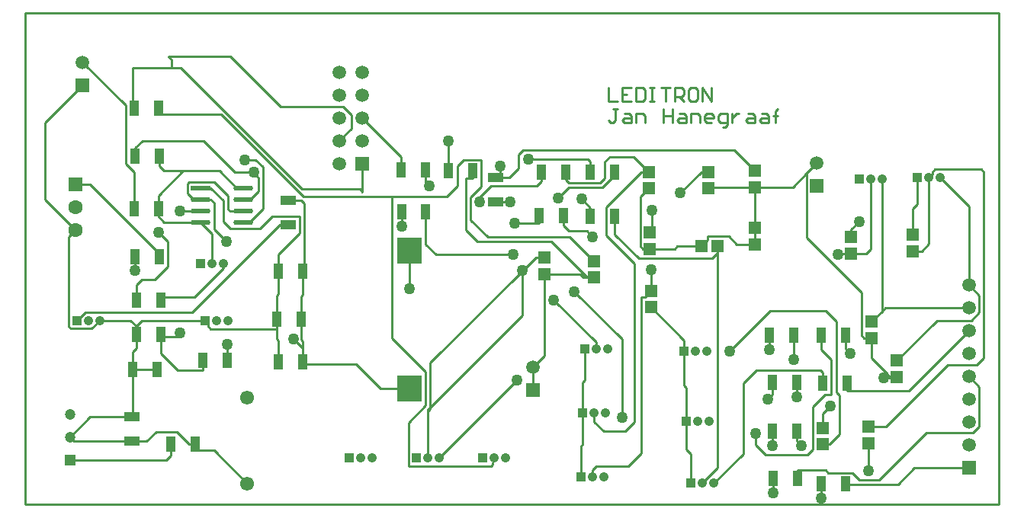
<source format=gtl>
G04*
G04 #@! TF.GenerationSoftware,Altium Limited,Altium Designer,21.1.1 (26)*
G04*
G04 Layer_Physical_Order=1*
G04 Layer_Color=255*
%FSLAX25Y25*%
%MOIN*%
G70*
G04*
G04 #@! TF.SameCoordinates,2DE5D3DD-DF8D-4FE0-8CA2-669AB9487E41*
G04*
G04*
G04 #@! TF.FilePolarity,Positive*
G04*
G01*
G75*
%ADD10R,0.05512X0.05512*%
%ADD11R,0.04331X0.06693*%
%ADD12R,0.05512X0.05512*%
%ADD13R,0.06693X0.04331*%
%ADD14R,0.10984X0.11496*%
G04:AMPARAMS|DCode=15|XSize=85.59mil|YSize=22.97mil|CornerRadius=11.48mil|HoleSize=0mil|Usage=FLASHONLY|Rotation=0.000|XOffset=0mil|YOffset=0mil|HoleType=Round|Shape=RoundedRectangle|*
%AMROUNDEDRECTD15*
21,1,0.08559,0.00000,0,0,0.0*
21,1,0.06263,0.02297,0,0,0.0*
1,1,0.02297,0.03131,0.00000*
1,1,0.02297,-0.03131,0.00000*
1,1,0.02297,-0.03131,0.00000*
1,1,0.02297,0.03131,0.00000*
%
%ADD15ROUNDEDRECTD15*%
%ADD16R,0.08559X0.02297*%
%ADD17C,0.01000*%
%ADD18C,0.04134*%
%ADD19R,0.04134X0.04134*%
%ADD20R,0.05906X0.05906*%
%ADD21C,0.05906*%
%ADD22C,0.06102*%
%ADD23C,0.06299*%
%ADD24R,0.06299X0.06299*%
%ADD25R,0.04724X0.04724*%
%ADD26C,0.04724*%
%ADD27C,0.05000*%
D10*
X488500Y214913D02*
D03*
Y222000D02*
D03*
X461500Y213913D02*
D03*
Y221000D02*
D03*
X481500Y159913D02*
D03*
Y167000D02*
D03*
X470500Y176913D02*
D03*
Y184000D02*
D03*
X469000Y130913D02*
D03*
Y138000D02*
D03*
X449000Y130457D02*
D03*
Y137543D02*
D03*
X419500Y217913D02*
D03*
Y225000D02*
D03*
Y242913D02*
D03*
Y250000D02*
D03*
X399000Y242413D02*
D03*
Y249500D02*
D03*
X374000Y190413D02*
D03*
Y197500D02*
D03*
X349000Y203413D02*
D03*
Y210500D02*
D03*
X327500Y204913D02*
D03*
Y212000D02*
D03*
X373500Y215913D02*
D03*
Y223000D02*
D03*
X373000Y242413D02*
D03*
Y249500D02*
D03*
D11*
X459130Y113000D02*
D03*
X448500D02*
D03*
X459630Y157000D02*
D03*
X449000D02*
D03*
X459130Y178000D02*
D03*
X448500D02*
D03*
X438130Y115500D02*
D03*
X427500D02*
D03*
X437630Y136000D02*
D03*
X427000D02*
D03*
X437630Y157500D02*
D03*
X427000D02*
D03*
X436315Y178000D02*
D03*
X425685D02*
D03*
X358130Y230000D02*
D03*
X347500D02*
D03*
X358130Y249500D02*
D03*
X347500D02*
D03*
X335630Y230500D02*
D03*
X325000D02*
D03*
X336630Y249500D02*
D03*
X326000D02*
D03*
X296130Y250000D02*
D03*
X285500D02*
D03*
X275500Y232000D02*
D03*
X264870D02*
D03*
X275315Y250469D02*
D03*
X264685D02*
D03*
X158630Y277500D02*
D03*
X148000D02*
D03*
X221630Y206000D02*
D03*
X211000D02*
D03*
X221130Y185000D02*
D03*
X210500D02*
D03*
X221630Y166500D02*
D03*
X211000D02*
D03*
X159130Y256500D02*
D03*
X148500D02*
D03*
X158630Y233500D02*
D03*
X148000D02*
D03*
X159130Y212500D02*
D03*
X148500D02*
D03*
X159630Y193500D02*
D03*
X149000D02*
D03*
X188630Y167000D02*
D03*
X178000D02*
D03*
X174630Y130500D02*
D03*
X164000D02*
D03*
X158130Y163000D02*
D03*
X147500D02*
D03*
X159630Y178500D02*
D03*
X149000D02*
D03*
D12*
X396000Y217000D02*
D03*
X403087D02*
D03*
D13*
X306000Y247000D02*
D03*
Y236370D02*
D03*
X215500Y237000D02*
D03*
Y226370D02*
D03*
X147000Y142315D02*
D03*
Y131685D02*
D03*
D14*
X268500Y154744D02*
D03*
Y215256D02*
D03*
D15*
X195630Y242500D02*
D03*
Y237500D02*
D03*
Y232500D02*
D03*
Y227500D02*
D03*
X177000D02*
D03*
Y232500D02*
D03*
Y237500D02*
D03*
D16*
Y242500D02*
D03*
D17*
X100500Y104000D02*
X526000D01*
X100500Y319000D02*
X526000D01*
Y104000D02*
Y319000D01*
X100500Y104000D02*
Y319000D01*
X164500Y295500D02*
Y298500D01*
X163000Y300000D02*
X164500Y298500D01*
X163000Y300000D02*
X190000D01*
X212000Y278000D01*
X239500D01*
X243000Y274500D01*
Y268500D02*
Y274500D01*
X237815Y263315D02*
X243000Y268500D01*
X237815Y263000D02*
Y263315D01*
X435913Y242913D02*
X442000Y249000D01*
X344500Y203413D02*
X346000D01*
X470500Y168000D02*
X477500Y161000D01*
X477778Y160564D01*
X478587Y159300D01*
X293200Y246800D02*
X296130D01*
X180400Y182000D02*
Y184500D01*
X210500Y176300D02*
Y180900D01*
X147500Y142315D02*
Y163000D01*
X159630Y177300D02*
X166200D01*
X314400Y227000D02*
X325000D01*
X459130Y112800D02*
X481900D01*
X438130Y119000D02*
X450200D01*
X459630Y153600D02*
X486600D01*
X475000Y188500D02*
X476500Y190000D01*
X159630Y194700D02*
X174400D01*
X199772Y249400D02*
X202212Y246959D01*
X199772Y249400D02*
X200300D01*
X192100D02*
X199772D01*
X374400Y223000D02*
Y232800D01*
X317700Y206177D02*
X323523Y212000D01*
X277492Y165969D02*
X317700Y206177D01*
Y206500D01*
Y186800D02*
Y206177D01*
X277492Y146592D02*
X317700Y186800D01*
X276500Y145600D02*
X277492Y146592D01*
Y165969D01*
Y145600D02*
Y146592D01*
X276500Y144608D02*
Y145600D01*
X260800Y238815D02*
X284715D01*
X221856D02*
X260800D01*
X403087Y213987D02*
Y217000D01*
Y120131D02*
Y213987D01*
X308100Y247000D02*
X312000D01*
X308100D02*
Y252000D01*
X221630Y165300D02*
X245100D01*
X221630Y172340D02*
Y175500D01*
Y166500D02*
Y172340D01*
X161130Y250000D02*
X169500D01*
X466973Y176913D02*
X470500D01*
X465887Y178000D02*
X466973Y176913D01*
X465887Y178000D02*
Y196913D01*
X442000Y220800D02*
X465887Y196913D01*
X442000Y220800D02*
Y249000D01*
X446500Y253500D01*
X478587Y159300D02*
X481500Y159913D01*
X475800Y159300D02*
X478587D01*
X470500Y168000D02*
Y176913D01*
X296130Y246800D02*
Y250000D01*
X293100Y246700D02*
X293200Y246800D01*
X293100Y224000D02*
Y246700D01*
Y224000D02*
X298100Y219000D01*
X330413D01*
X346000Y203413D01*
X349000D01*
X370287Y215913D02*
X373500D01*
X369200Y217000D02*
X370287Y215913D01*
X369200Y217000D02*
Y238613D01*
X373000Y242413D01*
X159630Y177300D02*
Y178500D01*
Y170230D02*
Y177300D01*
Y170230D02*
X167160Y162700D01*
X178000D01*
Y167000D01*
X177000Y237500D02*
X181486D01*
X182986Y236000D01*
Y224514D02*
Y236000D01*
Y224514D02*
X188500Y219000D01*
X166200Y177300D02*
X167900Y179000D01*
X436315Y167500D02*
Y178000D01*
X437630Y131670D02*
Y136000D01*
Y131670D02*
X439600Y129700D01*
X427000Y152100D02*
Y157500D01*
X425000Y150100D02*
X427000Y152100D01*
X281500Y124500D02*
X315500Y158500D01*
X168000Y232500D02*
X177000D01*
X158650Y223150D02*
X162800Y219000D01*
Y208000D02*
Y219000D01*
X157100Y202300D02*
X162800Y208000D01*
X151300Y202300D02*
X157100D01*
X149000Y200000D02*
X151300Y202300D01*
X149000Y193500D02*
Y200000D01*
X148500Y256500D02*
Y260000D01*
X151600Y263100D01*
X178400D01*
X192100Y249400D01*
X202212Y240951D02*
Y246959D01*
X198762Y237500D02*
X202212Y240951D01*
X195630Y237500D02*
X198762D01*
X188630Y167000D02*
Y174070D01*
X349000Y140200D02*
Y144000D01*
Y140200D02*
X353200Y136000D01*
X362800D01*
X366800Y140000D01*
Y209273D01*
X354464Y221608D02*
X366800Y209273D01*
X354464Y221608D02*
Y234264D01*
X369700Y249500D01*
X373000D01*
X373500Y223000D02*
X374400D01*
X338500Y221000D02*
X349000Y210500D01*
X289200Y252100D02*
X292000Y254900D01*
X289200Y243300D02*
Y252100D01*
X260800Y176692D02*
Y238815D01*
Y176692D02*
X275492Y162000D01*
Y147500D02*
Y162000D01*
X267900Y139908D02*
X275492Y147500D01*
X267900Y120900D02*
Y139908D01*
Y120900D02*
X304400D01*
X305500Y124500D01*
X158630Y276319D02*
Y277500D01*
Y276319D02*
X160296Y274654D01*
X186018D01*
X221856Y238815D01*
X284715D02*
X289200Y243300D01*
X292000Y254900D02*
X299800D01*
Y243047D02*
Y254900D01*
X295100Y238347D02*
X299800Y243047D01*
X295100Y228500D02*
Y238347D01*
Y228500D02*
X302600Y221000D01*
X338500D01*
X374000Y197500D02*
Y206900D01*
X275315Y245270D02*
X277100Y243485D01*
X275315Y245270D02*
Y250469D01*
X361400Y142200D02*
Y176300D01*
X340500Y197200D02*
X361400Y176300D01*
X386700Y240300D02*
X395900Y249500D01*
X196300Y254900D02*
X201000D01*
X204300Y251600D01*
Y233500D02*
Y251600D01*
X198300Y227500D02*
X204300Y233500D01*
X195630Y227500D02*
X198300D01*
X469000Y118800D02*
Y130913D01*
Y138000D02*
X476700D01*
X503700Y165000D01*
X516500D01*
X519500Y168000D01*
Y249500D01*
X518400Y250600D02*
X519500Y249500D01*
X498000Y250600D02*
X518400D01*
X496900Y249500D02*
X498000Y250600D01*
X496900Y248400D02*
Y249500D01*
X495500Y247000D02*
X496900Y248400D01*
X461500Y213913D02*
X468000D01*
X470000Y215913D01*
Y246500D01*
X513000Y200000D02*
X517500Y195500D01*
Y188000D02*
Y195500D01*
X514000Y184500D02*
X517500Y188000D01*
X499000Y184500D02*
X514000D01*
X481500Y167000D02*
X499000Y184500D01*
X476500Y190000D02*
X513000D01*
X475000Y188500D02*
Y246500D01*
X470500Y184000D02*
X475000Y188500D01*
X437600Y151200D02*
X437630Y151230D01*
Y157500D01*
X327500Y169000D02*
Y204913D01*
X322500Y164000D02*
X327500Y169000D01*
X149000Y172300D02*
Y178500D01*
X147500Y170800D02*
X149000Y172300D01*
X147500Y163000D02*
Y170800D01*
X147000Y142315D02*
X147500D01*
X210500Y176300D02*
X211000Y175800D01*
Y166500D02*
Y175800D01*
Y196000D02*
Y206000D01*
X210500Y195500D02*
X211000Y196000D01*
X210500Y185000D02*
Y195500D01*
X179000Y184500D02*
X180400D01*
Y182000D02*
X181500Y180900D01*
X210500D01*
Y185000D01*
X312000Y247000D02*
X316000Y251000D01*
Y257166D01*
X318000Y259166D01*
X410334D01*
X419500Y250000D01*
X347500Y249500D02*
Y254000D01*
X346400Y255100D02*
X347500Y254000D01*
X320400Y255100D02*
X346400D01*
X306030Y236400D02*
X312300D01*
X306000Y236370D02*
X306030Y236400D01*
X347500Y230000D02*
Y233800D01*
X343600Y237700D02*
X347500Y233800D01*
X343000Y204913D02*
X344500Y203413D01*
X327500Y204913D02*
X343000D01*
X495500Y218000D02*
Y247000D01*
X492413Y214913D02*
X495500Y218000D01*
X488500Y214913D02*
X492413D01*
X459630Y153600D02*
Y157000D01*
X486600Y153600D02*
X513000Y180000D01*
X449000Y137543D02*
Y143800D01*
X452400Y147200D01*
X455600Y213300D02*
X456213Y213913D01*
X461500D01*
X459130Y172000D02*
Y178000D01*
Y172000D02*
X461130Y170000D01*
X408400Y171000D02*
X426000Y188600D01*
X450500D01*
X455100Y184000D01*
Y153000D02*
Y184000D01*
Y153000D02*
X456400Y151700D01*
Y134857D02*
Y151700D01*
X452000Y130457D02*
X456400Y134857D01*
X449000Y130457D02*
X452000D01*
X371200Y194700D02*
X374000Y197500D01*
X369700Y194700D02*
X371200D01*
X369700Y126300D02*
Y194700D01*
X364000Y120600D02*
X369700Y126300D01*
X350000Y120600D02*
X364000D01*
X348500Y119100D02*
X350000Y120600D01*
X348500Y116000D02*
Y119100D01*
X346000Y223600D02*
X348500Y221100D01*
X338000Y223600D02*
X346000D01*
X335630Y225970D02*
X338000Y223600D01*
X335630Y225970D02*
Y230500D01*
X395900Y249500D02*
X399000D01*
X280000Y213300D02*
X313700D01*
X275500Y217800D02*
X280000Y213300D01*
X275500Y217800D02*
Y232000D01*
X350000Y172000D02*
Y175000D01*
X331500Y193500D02*
X350000Y175000D01*
X306000Y247000D02*
X308100D01*
X358130Y248230D02*
Y249500D01*
X352553Y242653D02*
X358130Y248230D01*
X338053Y242653D02*
X352553D01*
X333400Y238000D02*
X338053Y242653D01*
X366400Y256100D02*
X373000Y249500D01*
X355900Y256100D02*
X366400D01*
X353800Y254000D02*
X355900Y256100D01*
X353800Y246853D02*
Y254000D01*
X351600Y244653D02*
X353800Y246853D01*
X337977Y244653D02*
X351600D01*
X336630Y246000D02*
X337977Y244653D01*
X336630Y246000D02*
Y249500D01*
X448500Y106700D02*
Y113000D01*
Y171700D02*
Y178000D01*
Y171700D02*
X452700Y167500D01*
Y152100D02*
Y167500D01*
X450100Y152100D02*
X452700D01*
X444700Y146700D02*
X450100Y152100D01*
X444700Y128000D02*
Y146700D01*
X442400Y125700D02*
X444700Y128000D01*
X424000Y125700D02*
X442400D01*
X419700Y130000D02*
X424000Y125700D01*
X419700Y130000D02*
Y135100D01*
X489100Y120000D02*
X513000D01*
X481900Y112800D02*
X489100Y120000D01*
X459130Y112800D02*
Y113000D01*
X513000Y160000D02*
X517500Y155500D01*
Y138000D02*
Y155500D01*
X514800Y135300D02*
X517500Y138000D01*
X494300Y135300D02*
X514800D01*
X473800Y114800D02*
X494300Y135300D01*
X465000Y114800D02*
X473800D01*
X461900Y117900D02*
X465000Y114800D01*
X451300Y117900D02*
X461900D01*
X450200Y119000D02*
X451300Y117900D01*
X438130Y115500D02*
Y119000D01*
X325000Y227000D02*
Y230500D01*
X264870Y225730D02*
X264900Y225700D01*
X264870Y225730D02*
Y232000D01*
X285500Y250000D02*
Y263100D01*
X268500Y198300D02*
Y215256D01*
X388500Y171000D02*
Y175913D01*
X374000Y190413D02*
X388500Y175913D01*
X326000Y245300D02*
Y249500D01*
X324000Y243300D02*
X326000Y245300D01*
X303900Y243300D02*
X324000D01*
X299100Y238500D02*
X303900Y243300D01*
X299100Y236500D02*
Y238500D01*
X276500Y124500D02*
Y144608D01*
X277492Y145600D01*
X323523Y212000D02*
X327500D01*
X221630Y206000D02*
Y208530D01*
X222400Y209300D01*
Y235600D01*
X221000Y237000D02*
X222400Y235600D01*
X215500Y237000D02*
X221000D01*
X123000Y184500D02*
X124567Y186067D01*
Y186111D01*
X126523Y188067D01*
X173440D01*
X211743Y226370D01*
X215500D01*
X211000Y206000D02*
Y213300D01*
X220400Y222700D01*
Y230100D01*
X208200D02*
X220400D01*
X202900Y224800D02*
X208200Y230100D01*
X190000Y224800D02*
X202900D01*
X186900Y227900D02*
X190000Y224800D01*
X186900Y227900D02*
Y237000D01*
X181400Y242500D02*
X186900Y237000D01*
X177000Y242500D02*
X181400D01*
X400700Y211600D02*
X403087Y213987D01*
X368573Y211600D02*
X400700D01*
X358130Y222043D02*
X368573Y211600D01*
X358130Y222043D02*
Y230000D01*
X159630Y193500D02*
Y194700D01*
X174400D02*
X187000Y207300D01*
Y209500D01*
X148500Y206300D02*
Y212500D01*
X161130Y227500D02*
X177000D01*
X158630Y230000D02*
X161130Y227500D01*
X158630Y230000D02*
Y233500D01*
X182000Y209500D02*
Y222500D01*
X177000Y227500D02*
X182000Y222500D01*
X217570Y176400D02*
X221630Y172340D01*
X461500Y221000D02*
Y224400D01*
X465000Y227900D01*
X449000Y157000D02*
Y161900D01*
X448000Y162900D02*
X449000Y161900D01*
X420000Y162900D02*
X448000D01*
X414200Y157100D02*
X420000Y162900D01*
X414200Y126200D02*
Y157100D01*
X401500Y113500D02*
X414200Y126200D01*
X264685Y250469D02*
Y256130D01*
X247815Y273000D02*
X264685Y256130D01*
X419500Y242913D02*
X435913D01*
X133000Y184500D02*
X146500D01*
X149000Y182000D01*
X425685Y171715D02*
X425700Y171700D01*
X425685Y171715D02*
Y178000D01*
X385287Y217000D02*
X396000D01*
X384200Y215913D02*
X385287Y217000D01*
X373500Y215913D02*
X384200D01*
X513000Y200000D02*
Y234500D01*
X500500Y247000D02*
X513000Y234500D01*
X221630Y165300D02*
Y166500D01*
X245100Y165300D02*
X255656Y154744D01*
X268500D01*
X151500Y184500D02*
X179000D01*
X149000Y182000D02*
X151500Y184500D01*
X149000Y178500D02*
Y182000D01*
X427000Y129700D02*
Y136000D01*
X411300Y217913D02*
X419500D01*
X407913Y221300D02*
X411300Y217913D01*
X398800Y221300D02*
X407913D01*
X398800Y219800D02*
Y221300D01*
X396000Y217000D02*
X398800Y219800D01*
X427500Y109200D02*
Y115500D01*
X490500Y235500D02*
Y247000D01*
X488500Y233500D02*
X490500Y235500D01*
X488500Y222000D02*
Y233500D01*
X171900Y130500D02*
X174630D01*
X166600Y135800D02*
X171900Y130500D01*
X157515Y135800D02*
X166600D01*
X153400Y131685D02*
X157515Y135800D01*
X147000Y131685D02*
X153400D01*
X147500Y163000D02*
X158130D01*
X345000Y158500D02*
Y172000D01*
X344000Y157500D02*
X345000Y158500D01*
X344000Y144000D02*
Y157500D01*
Y130200D02*
Y144000D01*
X343500Y129700D02*
X344000Y130200D01*
X343500Y116000D02*
Y129700D01*
X322500Y154000D02*
Y164000D01*
X388500Y156200D02*
Y171000D01*
Y156200D02*
X389500Y155200D01*
Y140500D02*
Y155200D01*
Y128000D02*
Y140500D01*
Y128000D02*
X391500Y126000D01*
Y113500D02*
Y126000D01*
X419500Y225000D02*
Y242913D01*
Y217913D02*
Y225000D01*
X221630Y195700D02*
Y206000D01*
X221130Y195200D02*
X221630Y195700D01*
X221130Y185000D02*
Y195200D01*
Y176000D02*
Y185000D01*
Y176000D02*
X221630Y175500D01*
X129433Y180933D02*
X133000Y184500D01*
X120312Y180933D02*
X129433D01*
X119433Y181812D02*
X120312Y180933D01*
X119433Y181812D02*
Y220933D01*
X122500Y224000D01*
X109000Y237500D02*
X122500Y224000D01*
X109000Y237500D02*
Y271000D01*
X125500Y287500D01*
X183067Y127654D02*
X197500Y113220D01*
X176295Y127654D02*
X183067D01*
X174630Y129319D02*
X176295Y127654D01*
X174630Y129319D02*
Y130500D01*
X120000Y133500D02*
X121815Y131685D01*
X147000D01*
X120000Y133500D02*
X128815Y142315D01*
X147000D01*
X399500Y242913D02*
X419500D01*
X399000Y242413D02*
X399500Y242913D01*
X173869Y237500D02*
X177000D01*
X171220Y240148D02*
X173869Y237500D01*
X171220Y240148D02*
Y244270D01*
X172099Y245148D01*
X182960D01*
X189091Y239017D01*
Y233260D02*
Y239017D01*
Y233260D02*
X189851Y232500D01*
X195630D01*
X148000Y233500D02*
Y249367D01*
X144335Y253032D02*
X148000Y249367D01*
X144335Y253032D02*
Y278665D01*
X125500Y297500D02*
X144335Y278665D01*
X120000Y123500D02*
X162000D01*
X164000Y125500D01*
Y130500D01*
X122500Y244000D02*
X128811D01*
X159130Y213681D01*
Y212500D02*
Y213681D01*
X396500Y113500D02*
Y113544D01*
X403087Y120131D01*
X159130Y252000D02*
Y256500D01*
Y252000D02*
X161130Y250000D01*
X185179D02*
X192679Y242500D01*
X195630D01*
X158630Y233500D02*
Y239130D01*
X169500Y250000D01*
X185179D01*
X147500Y278000D02*
Y295000D01*
X168500D01*
X221500Y242000D01*
X246630D01*
X247815Y240815D01*
Y253000D01*
X355500Y286595D02*
Y280597D01*
X359499D01*
X365497Y286595D02*
X361498D01*
Y280597D01*
X365497D01*
X361498Y283596D02*
X363497D01*
X367496Y286595D02*
Y280597D01*
X370495D01*
X371495Y281597D01*
Y285595D01*
X370495Y286595D01*
X367496D01*
X373494D02*
X375494D01*
X374494D01*
Y280597D01*
X373494D01*
X375494D01*
X378493Y286595D02*
X382491D01*
X380492D01*
Y280597D01*
X384491D02*
Y286595D01*
X387490D01*
X388489Y285595D01*
Y283596D01*
X387490Y282596D01*
X384491D01*
X386490D02*
X388489Y280597D01*
X393488Y286595D02*
X391488D01*
X390489Y285595D01*
Y281597D01*
X391488Y280597D01*
X393488D01*
X394487Y281597D01*
Y285595D01*
X393488Y286595D01*
X396487Y280597D02*
Y286595D01*
X400485Y280597D01*
Y286595D01*
X359499Y276997D02*
X357499D01*
X358499D01*
Y271999D01*
X357499Y270999D01*
X356500D01*
X355500Y271999D01*
X362498Y274998D02*
X364497D01*
X365497Y273998D01*
Y270999D01*
X362498D01*
X361498Y271999D01*
X362498Y272999D01*
X365497D01*
X367496Y270999D02*
Y274998D01*
X370495D01*
X371495Y273998D01*
Y270999D01*
X379492Y276997D02*
Y270999D01*
Y273998D01*
X383491D01*
Y276997D01*
Y270999D01*
X386490Y274998D02*
X388489D01*
X389489Y273998D01*
Y270999D01*
X386490D01*
X385490Y271999D01*
X386490Y272999D01*
X389489D01*
X391488Y270999D02*
Y274998D01*
X394487D01*
X395487Y273998D01*
Y270999D01*
X400485D02*
X398486D01*
X397486Y271999D01*
Y273998D01*
X398486Y274998D01*
X400485D01*
X401485Y273998D01*
Y272999D01*
X397486D01*
X405484Y269000D02*
X406484D01*
X407483Y270000D01*
Y274998D01*
X404484D01*
X403484Y273998D01*
Y271999D01*
X404484Y270999D01*
X407483D01*
X409482Y274998D02*
Y270999D01*
Y272999D01*
X410482Y273998D01*
X411482Y274998D01*
X412482D01*
X416480D02*
X418480D01*
X419479Y273998D01*
Y270999D01*
X416480D01*
X415481Y271999D01*
X416480Y272999D01*
X419479D01*
X422478Y274998D02*
X424478D01*
X425477Y273998D01*
Y270999D01*
X422478D01*
X421479Y271999D01*
X422478Y272999D01*
X425477D01*
X428476Y270999D02*
Y275998D01*
Y273998D01*
X427477D01*
X429476D01*
X428476D01*
Y275998D01*
X429476Y276997D01*
D18*
X399500Y140500D02*
D03*
X394500D02*
D03*
X348500Y116000D02*
D03*
X353500D02*
D03*
X495500Y247000D02*
D03*
X500500D02*
D03*
X470000Y246500D02*
D03*
X475000D02*
D03*
X350000Y172000D02*
D03*
X355000D02*
D03*
X393500Y171000D02*
D03*
X398500D02*
D03*
X396500Y113500D02*
D03*
X401500D02*
D03*
X305500Y124500D02*
D03*
X310500D02*
D03*
X276500D02*
D03*
X281500D02*
D03*
X247000D02*
D03*
X252000D02*
D03*
X349000Y144000D02*
D03*
X354000D02*
D03*
X182000Y209500D02*
D03*
X187000D02*
D03*
X184000Y184500D02*
D03*
X189000D02*
D03*
X128000D02*
D03*
X133000D02*
D03*
D19*
X389500Y140500D02*
D03*
X343500Y116000D02*
D03*
X490500Y247000D02*
D03*
X465000Y246500D02*
D03*
X345000Y172000D02*
D03*
X388500Y171000D02*
D03*
X391500Y113500D02*
D03*
X300500Y124500D02*
D03*
X271500D02*
D03*
X242000D02*
D03*
X344000Y144000D02*
D03*
X177000Y209500D02*
D03*
X179000Y184500D02*
D03*
X123000D02*
D03*
D20*
X446500Y243500D02*
D03*
X513000Y120000D02*
D03*
X247815Y253000D02*
D03*
X322500Y154000D02*
D03*
X125500Y287500D02*
D03*
D21*
X446500Y253500D02*
D03*
X513000Y140000D02*
D03*
Y150000D02*
D03*
Y160000D02*
D03*
Y170000D02*
D03*
Y180000D02*
D03*
Y190000D02*
D03*
Y200000D02*
D03*
Y130000D02*
D03*
X237815Y293000D02*
D03*
X247815D02*
D03*
X237815Y283000D02*
D03*
X247815D02*
D03*
X237815Y273000D02*
D03*
X247815D02*
D03*
X237815Y263000D02*
D03*
X247815D02*
D03*
X237815Y253000D02*
D03*
X322500Y164000D02*
D03*
X125500Y297500D02*
D03*
D22*
X197500Y113220D02*
D03*
Y150780D02*
D03*
D23*
X122500Y224000D02*
D03*
Y234000D02*
D03*
D24*
Y244000D02*
D03*
D25*
X120000Y123500D02*
D03*
D26*
Y133500D02*
D03*
Y143500D02*
D03*
D27*
X475800Y159300D02*
D03*
X188500Y219000D02*
D03*
X167900Y179000D02*
D03*
X436315Y167500D02*
D03*
X439600Y129700D02*
D03*
X425000Y150100D02*
D03*
X315500Y158500D02*
D03*
X168000Y232500D02*
D03*
X158650Y223150D02*
D03*
X188630Y174070D02*
D03*
X200300Y249400D02*
D03*
X374400Y232800D02*
D03*
X374000Y206900D02*
D03*
X277100Y243485D02*
D03*
X361400Y142200D02*
D03*
X340500Y197200D02*
D03*
X196300Y254900D02*
D03*
X469000Y118800D02*
D03*
X437600Y151200D02*
D03*
X320400Y255100D02*
D03*
X312300Y236400D02*
D03*
X343600Y237700D02*
D03*
X452400Y147200D02*
D03*
X455600Y213300D02*
D03*
X461130Y170000D02*
D03*
X408400Y171000D02*
D03*
X348500Y221100D02*
D03*
X386700Y240300D02*
D03*
X313700Y213300D02*
D03*
X331500Y193500D02*
D03*
X308100Y252000D02*
D03*
X333400Y238000D02*
D03*
X317700Y206500D02*
D03*
X448500Y106700D02*
D03*
X419700Y135100D02*
D03*
X314400Y227000D02*
D03*
X264900Y225700D02*
D03*
X285500Y263100D02*
D03*
X268500Y198300D02*
D03*
X299100Y236500D02*
D03*
X148500Y206300D02*
D03*
X217570Y176400D02*
D03*
X465000Y227900D02*
D03*
X425700Y171700D02*
D03*
X427000Y129700D02*
D03*
X427500Y109200D02*
D03*
M02*

</source>
